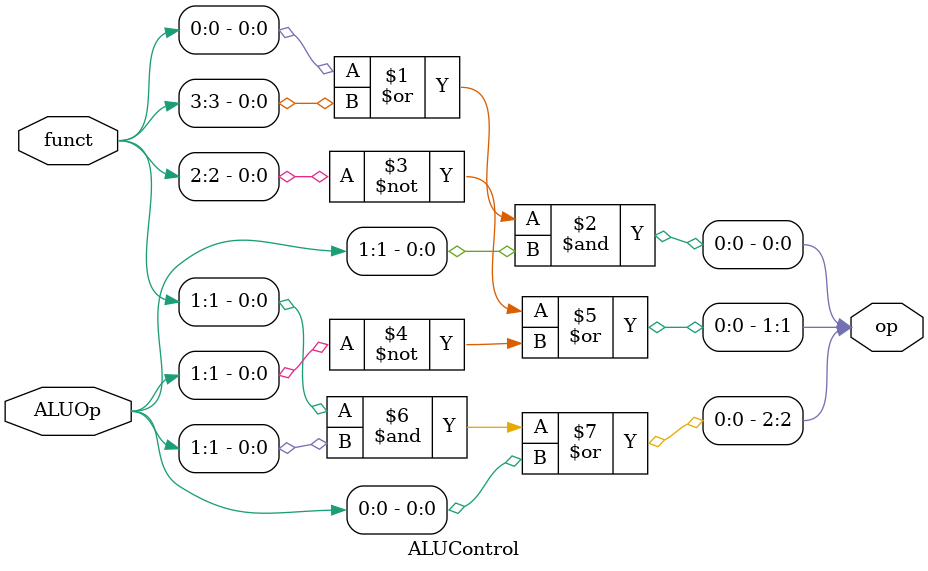
<source format=v>
module mux2to1(out,sel,in1,in2);
	output out;
	input in1,in2,sel;
	
	wire not_sel,w1,w2;
	
	not n1(not_sel,sel);
	and a1(w1,in2,sel);
	and a2(w2,in1,not_sel);
	or  o1(out,w1,w2);
endmodule

module bit8_2to1mux(out,sel,in1,in2);
	output [7:0] out;
	input [7:0] in1,in2;
	input sel;
	
	generate
		genvar j;
		for(j=0;j<8;j=j+1)
			begin:mux_loop
				mux2to1 m1(out[j],sel,in1[j],in2[j]);
			end
	endgenerate
endmodule

module bit32_2to1mux(out,sel,in1,in2);
	output [31:0] out;
	input [31:0] in1,in2;
	input sel;
	
	generate
		genvar j;
		for(j=0;j<4;j=j+1)
			begin:mux_loop
				bit8_2to1mux m1(out[j*8 +7:j*8],sel,in1[j*8 +7:j*8],in2[j*8 +7:j*8]);
			end
		endgenerate
endmodule
 
module mux4to1(out,sel,in1,in2,in3,in4);
	output out;
	input [1:0] sel;
	input in1,in2,in3,in4;
	 
	wire mo1,mo2,temp1,temp2,sel1_not;
	not n1 (sel1_not,sel[1]);
	mux2to1 mux1(mo1,sel[0],in1,in2);
	mux2to1 mux2(mo2,sel[0],in3,in4);
	 
	and a1(temp1,sel1_not,mo1);
	and a2(temp2,sel[1],mo2);
	 
	or o1(out,temp1,temp2);
endmodule 
 
module bit32_4to1mux(out,sel,in1,in2,in3,in4);
	output [31:0] out;
	input [1:0] sel;
	input [31:0] in1,in2,in3,in4;
	
	generate
		genvar j;
		for(j=0;j<32;j=j+1)
			begin:mux_loop
				mux4to1 m1(out[j],sel,in1[j],in2[j],in3[j],in4[j]);
			end
		endgenerate
endmodule

module bit32_and(out,in1,in2);
	output [31:0] out;
	input [31:0] in1,in2;
	 
	assign {out} = in1&in2;
endmodule
 
module bit32_or(out,in1,in2);
	output [31:0] out;
	input [31:0] in1,in2;
	 
	assign {out} = in1|in2;
endmodule
 
 
module FA_adder(cout,sum,in1,in2,cin);
	output cout;
	output [31:0] sum;
	input [31:0] in1,in2;
	input cin;
	 
	assign {cout,sum} = in1+in2+cin;
	 
endmodule
 
module alu(result,cout,a,b,cin,binv,op);
	output cout;
	output [31:0] result;
	input [31:0] a,b;
	input cin,binv;
	input [1:0] op;
	  
	wire [31:0] bnot;
	wire [31:0] mux_out;
	wire [31:0] aw,ow,sumw;
	
	assign bnot = ~b;
	bit32_2to1mux muxin(mux_out,binv,b,bnot);
	bit32_and an1(aw,a,mux_out);
	bit32_or o1(ow,a,mux_out);
	FA_adder fa(cout,sumw,a,mux_out,binv);
	
	bit32_4to1mux outm(result,op,aw,ow,sumw,);
	 
endmodule

module Andarray(RegDst,ALUSrc, MemtoReg, RegWrite, MemRead, MemWrite,Branch,ALUOp1,ALUOp2,Op);
	input [5:0] Op;
	output RegDst,ALUSrc,MemtoReg, RegWrite, MemRead, MemWrite,Branch,ALUOp1,ALUOp2;
	wire Rformat, lw,sw,beq;
   
	assign Rformat = (~Op[0])& (~Op[1])& (~Op[2])& (~Op[3])& (~Op[4])& (~Op[5]);
	assign lw = (Op[0])& (Op[1])& (~Op[2])& (~Op[3])& (~Op[4])& (Op[5]);   
	assign sw = (Op[0])& (Op[1])& (~Op[2])& (Op[3])& (~Op[4])& (Op[5]);       
	assign beq = (~Op[0])& (~Op[1])& (Op[2])& (~Op[3])& (~Op[4])& (~Op[5]);
   
	assign RegDst = Rformat;
	assign MemtoReg = lw;
	assign MemRead = lw;
	assign MemWrite = sw;
	assign Branch  = beq;
	assign ALUOp1 = Rformat;
	assign ALUOp2 = beq;
	assign ALUSrc = lw|sw;
	assign RegWrite = Rformat|lw;
endmodule      

module ALUControl(op,ALUOp,funct);
	output [2:0] op;
	input [1:0] ALUOp;
	input [5:0] funct;
	
	assign op[0] = (funct[0]|funct[3]) & ALUOp[1];
	assign op[1] = (~funct[2])|(~ALUOp[1]);
	assign op[2] = (funct[1] &ALUOp[1]) | ALUOp[0];
	
endmodule
</source>
